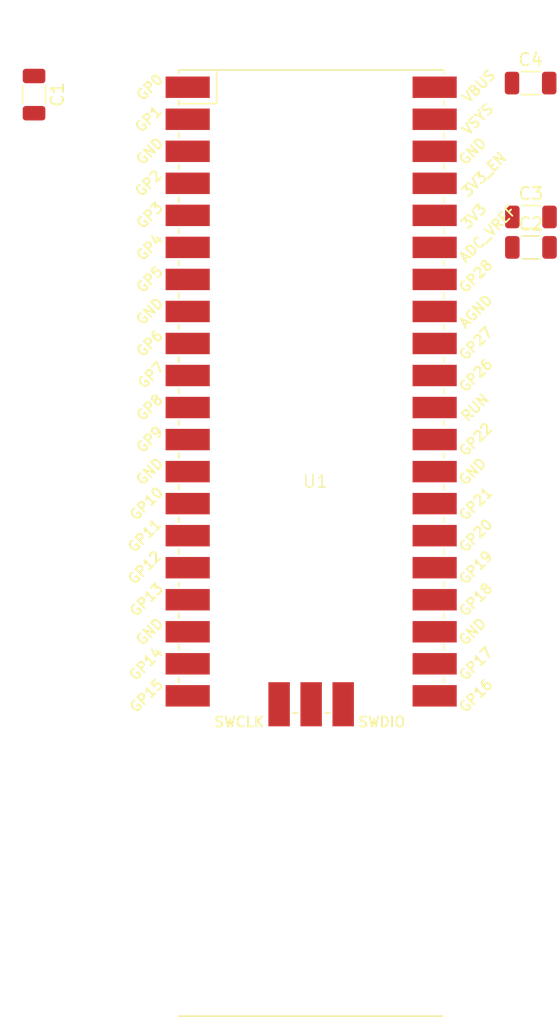
<source format=kicad_pcb>
(kicad_pcb (version 20221018) (generator pcbnew)
  (layers (0 "F.Cu" signal) (31 "B.Cu" signal) (34 "B.Paste" user) (35 "F.Paste" user) (36 "B.SilkS" user "B.Silkscreen") (37 "F.SilkS" user "F.Silkscreen") (38 "B.Mask" user) (39 "F.Mask" user) (44 "Edge.Cuts" user))
  (net 0 "")
  (net 42 "GND")
  (net 46 "Net-(U1-3V3)")
  (footprint "Capacitor_SMD:C_1206_3216Metric" (layer "F.Cu") (at 131.445 53.6194 -90)
    (fp_text reference "C1" (at 0 -1.85 90) (layer "F.SilkS"))
    (fp_text value "100n")
    (fp_line (start -0.711252 -0.91) (end 0.711252 -0.91) (stroke (width 0.12)) (layer "F.SilkS"))
    (fp_line (start -0.711252 0.91) (end 0.711252 0.91) (stroke (width 0.12)) (layer "F.SilkS"))
    (pad "1" smd roundrect (at -1.475 0 270) (size 1.15 1.8) (layers "F.Cu" "F.Paste" "F.Mask") (roundrect_rratio 0.217391))
    (pad "2" smd roundrect (at 1.475 0 270) (size 1.15 1.8) (layers "F.Cu" "F.Paste" "F.Mask") (roundrect_rratio 0.217391) (net 42 "GND"))
  )
  (footprint "Capacitor_SMD:C_1206_3216Metric" (layer "F.Cu") (at 170.8404 65.7352)
    (fp_text reference "C2" (at 0 -1.85) (layer "F.SilkS"))
    (fp_text value "100n")
    (fp_line (start -0.711252 -0.91) (end 0.711252 -0.91) (stroke (width 0.12)) (layer "F.SilkS"))
    (fp_line (start -0.711252 0.91) (end 0.711252 0.91) (stroke (width 0.12)) (layer "F.SilkS"))
    (pad "1" smd roundrect (at -1.475 0) (size 1.15 1.8) (layers "F.Cu" "F.Paste" "F.Mask") (roundrect_rratio 0.217391))
    (pad "2" smd roundrect (at 1.475 0) (size 1.15 1.8) (layers "F.Cu" "F.Paste" "F.Mask") (roundrect_rratio 0.217391) (net 42 "GND"))
  )
  (footprint "Capacitor_SMD:C_1206_3216Metric" (layer "F.Cu") (at 170.8404 63.3222)
    (fp_text reference "C3" (at 0 -1.85) (layer "F.SilkS"))
    (fp_text value "100n")
    (fp_line (start -0.711252 -0.91) (end 0.711252 -0.91) (stroke (width 0.12)) (layer "F.SilkS"))
    (fp_line (start -0.711252 0.91) (end 0.711252 0.91) (stroke (width 0.12)) (layer "F.SilkS"))
    (pad "1" smd roundrect (at -1.475 0) (size 1.15 1.8) (layers "F.Cu" "F.Paste" "F.Mask") (roundrect_rratio 0.217391) (net 46 "Net-(U1-3V3)"))
    (pad "2" smd roundrect (at 1.475 0) (size 1.15 1.8) (layers "F.Cu" "F.Paste" "F.Mask") (roundrect_rratio 0.217391) (net 42 "GND"))
  )
  (footprint "Wiznet_W5100SEBV_Pico:Wiznet_Pico" (layer "F.Cu") (at 153.756 84.7852)
    (fp_text reference "U1" (at 0 -0.5 unlocked) (layer "F.SilkS") (effects (font (thickness 0.1))))
    (fp_text value "~")
    (fp_text user "VSYS" (at 12.86 -29.21 45) (layer "F.SilkS") (effects (font (size 0.8 0.8))))
    (fp_text user "GND" (at -13.14 11.43 45) (layer "F.SilkS") (effects (font (size 0.8 0.8))))
    (fp_text user "GP9" (at -13.14 -3.81 45) (layer "F.SilkS") (effects (font (size 0.8 0.8))))
    (fp_text user "GP3" (at -13.14 -21.59 45) (layer "F.SilkS") (effects (font (size 0.8 0.8))))
    (fp_text user "GND" (at 12.46 11.43 45) (layer "F.SilkS") (effects (font (size 0.8 0.8))))
    (fp_text user "GP1" (at -13.24 -29.22 45) (layer "F.SilkS") (effects (font (size 0.8 0.8))))
    (fp_text user "GP18" (at 12.714 8.89 45) (layer "F.SilkS") (effects (font (size 0.8 0.8))))
    (fp_text user "GP8" (at -13.14 -6.35 45) (layer "F.SilkS") (effects (font (size 0.8 0.8))))
    (fp_text user "GP16" (at 12.714 16.51 45) (layer "F.SilkS") (effects (font (size 0.8 0.8))))
    (fp_text user "GND" (at 12.46 -1.27 45) (layer "F.SilkS") (effects (font (size 0.8 0.8))))
    (fp_text user "GP10" (at -13.394 1.27 45) (layer "F.SilkS") (effects (font (size 0.8 0.8))))
    (fp_text user "SWCLK" (at -6.04 18.58) (layer "F.SilkS") (effects (font (size 0.8 0.8))))
    (fp_text user "GP11" (at -13.54 3.81 45) (layer "F.SilkS") (effects (font (size 0.8 0.8))))
    (fp_text user "3V3_EN" (at 13.36 -24.82 45) (layer "F.SilkS") (effects (font (size 0.8 0.8))))
    (fp_text user "GP5" (at -13.14 -16.51 45) (layer "F.SilkS") (effects (font (size 0.8 0.8))))
    (fp_text user "GP28" (at 12.714 -16.764 45) (layer "F.SilkS") (effects (font (size 0.8 0.8))))
    (fp_text user "GND" (at -13.14 -13.97 45) (layer "F.SilkS") (effects (font (size 0.8 0.8))))
    (fp_text user "GND" (at -13.14 -1.27 45) (layer "F.SilkS") (effects (font (size 0.8 0.8))))
    (fp_text user "GP4" (at -13.14 -19.05 45) (layer "F.SilkS") (effects (font (size 0.8 0.8))))
    (fp_text user "GP17" (at 12.714 13.97 45) (layer "F.SilkS") (effects (font (size 0.8 0.8))))
    (fp_text user "SWDIO" (at 5.26 18.58) (layer "F.SilkS") (effects (font (size 0.8 0.8))))
    (fp_text user "GP20" (at 12.714 3.81 45) (layer "F.SilkS") (effects (font (size 0.8 0.8))))
    (fp_text user "GP22" (at 12.714 -3.81 45) (layer "F.SilkS") (effects (font (size 0.8 0.8))))
    (fp_text user "GP15" (at -13.394 16.51 45) (layer "F.SilkS") (effects (font (size 0.8 0.8))))
    (fp_text user "RUN" (at 12.66 -6.35 45) (layer "F.SilkS") (effects (font (size 0.8 0.8))))
    (fp_text user "VBUS" (at 12.96 -31.82 45) (layer "F.SilkS") (effects (font (size 0.8 0.8))))
    (fp_text user "GP0" (at -13.14 -31.75 45) (layer "F.SilkS") (effects (font (size 0.8 0.8))))
    (fp_text user "3V3" (at 12.56 -21.52 45) (layer "F.SilkS") (effects (font (size 0.8 0.8))))
    (fp_text user "GND" (at 12.46 -26.67 45) (layer "F.SilkS") (effects (font (size 0.8 0.8))))
    (fp_text user "GP13" (at -13.394 8.89 45) (layer "F.SilkS") (effects (font (size 0.8 0.8))))
    (fp_text user "GP21" (at 12.714 1.28 45) (layer "F.SilkS") (effects (font (size 0.8 0.8))))
    (fp_text user "ADC_VREF" (at 13.66 -20.12 45) (layer "F.SilkS") (effects (font (size 0.8 0.8))))
    (fp_text user "GND" (at -13.14 -26.67 45) (layer "F.SilkS") (effects (font (size 0.8 0.8))))
    (fp_text user "GP27" (at 12.714 -11.42 45) (layer "F.SilkS") (effects (font (size 0.8 0.8))))
    (fp_text user "GP7" (at -13.04 -8.92 45) (layer "F.SilkS") (effects (font (size 0.8 0.8))))
    (fp_text user "GP26" (at 12.714 -8.89 45) (layer "F.SilkS") (effects (font (size 0.8 0.8))))
    (fp_text user "AGND" (at 12.714 -13.97 45) (layer "F.SilkS") (effects (font (size 0.8 0.8))))
    (fp_text user "GP12" (at -13.54 6.35 45) (layer "F.SilkS") (effects (font (size 0.8 0.8))))
    (fp_text user "GP19" (at 12.714 6.35 45) (layer "F.SilkS") (effects (font (size 0.8 0.8))))
    (fp_text user "GP2" (at -13.24 -24.13 45) (layer "F.SilkS") (effects (font (size 0.8 0.8))))
    (fp_text user "GP14" (at -13.44 13.97 45) (layer "F.SilkS") (effects (font (size 0.8 0.8))))
    (fp_text user "GP6" (at -13.14 -11.43 45) (layer "F.SilkS") (effects (font (size 0.8 0.8))))
    (fp_line (start -10.84 -33.12) (end -10.84 -32.82) (stroke (width 0.12)) (layer "F.SilkS"))
    (fp_line (start -10.84 -33.12) (end 10.16 -33.12) (stroke (width 0.12)) (layer "F.SilkS"))
    (fp_line (start -10.84 -30.72) (end -10.84 -30.32) (stroke (width 0.12)) (layer "F.SilkS"))
    (fp_line (start -10.84 -30.453) (end -7.833 -30.453) (stroke (width 0.12)) (layer "F.SilkS"))
    (fp_line (start -10.84 -28.12) (end -10.84 -27.72) (stroke (width 0.12)) (layer "F.SilkS"))
    (fp_line (start -10.84 -25.62) (end -10.84 -25.22) (stroke (width 0.12)) (layer "F.SilkS"))
    (fp_line (start -10.84 -23.02) (end -10.84 -22.62) (stroke (width 0.12)) (layer "F.SilkS"))
    (fp_line (start -10.84 -20.52) (end -10.84 -20.12) (stroke (width 0.12)) (layer "F.SilkS"))
    (fp_line (start -10.84 -18.02) (end -10.84 -17.62) (stroke (width 0.12)) (layer "F.SilkS"))
    (fp_line (start -10.84 -15.42) (end -10.84 -15.02) (stroke (width 0.12)) (layer "F.SilkS"))
    (fp_line (start -10.84 -12.92) (end -10.84 -12.52) (stroke (width 0.12)) (layer "F.SilkS"))
    (fp_line (start -10.84 -10.32) (end -10.84 -9.92) (stroke (width 0.12)) (layer "F.SilkS"))
    (fp_line (start -10.84 -7.82) (end -10.84 -7.42) (stroke (width 0.12)) (layer "F.SilkS"))
    (fp_line (start -10.84 -5.32) (end -10.84 -4.92) (stroke (width 0.12)) (layer "F.SilkS"))
    (fp_line (start -10.84 -2.72) (end -10.84 -2.32) (stroke (width 0.12)) (layer "F.SilkS"))
    (fp_line (start -10.84 -0.22) (end -10.84 0.18) (stroke (width 0.12)) (layer "F.SilkS"))
    (fp_line (start -10.84 2.38) (end -10.84 2.78) (stroke (width 0.12)) (layer "F.SilkS"))
    (fp_line (start -10.84 4.88) (end -10.84 5.28) (stroke (width 0.12)) (layer "F.SilkS"))
    (fp_line (start -10.84 7.48) (end -10.84 7.88) (stroke (width 0.12)) (layer "F.SilkS"))
    (fp_line (start -10.84 9.98) (end -10.84 10.38) (stroke (width 0.12)) (layer "F.SilkS"))
    (fp_line (start -10.84 12.48) (end -10.84 12.88) (stroke (width 0.12)) (layer "F.SilkS"))
    (fp_line (start -10.84 15.08) (end -10.84 15.48) (stroke (width 0.12)) (layer "F.SilkS"))
    (fp_line (start -7.833 -30.453) (end -7.833 -33.12) (stroke (width 0.12)) (layer "F.SilkS"))
    (fp_line (start -1.84 17.88) (end -1.44 17.88) (stroke (width 0.12)) (layer "F.SilkS"))
    (fp_line (start 0.76 17.88) (end 1.16 17.88) (stroke (width 0.12)) (layer "F.SilkS"))
    (fp_line (start 10.074 41.91) (end -10.84 41.91) (stroke (width 0.12)) (layer "F.SilkS"))
    (fp_line (start 10.16 -33.12) (end 10.16 -32.82) (stroke (width 0.12)) (layer "F.SilkS"))
    (fp_line (start 10.16 -30.72) (end 10.16 -30.32) (stroke (width 0.12)) (layer "F.SilkS"))
    (fp_line (start 10.16 -28.12) (end 10.16 -27.72) (stroke (width 0.12)) (layer "F.SilkS"))
    (fp_line (start 10.16 -25.62) (end 10.16 -25.22) (stroke (width 0.12)) (layer "F.SilkS"))
    (fp_line (start 10.16 -23.02) (end 10.16 -22.62) (stroke (width 0.12)) (layer "F.SilkS"))
    (fp_line (start 10.16 -20.52) (end 10.16 -20.12) (stroke (width 0.12)) (layer "F.SilkS"))
    (fp_line (start 10.16 -18.02) (end 10.16 -17.62) (stroke (width 0.12)) (layer "F.SilkS"))
    (fp_line (start 10.16 -15.42) (end 10.16 -15.02) (stroke (width 0.12)) (layer "F.SilkS"))
    (fp_line (start 10.16 -12.92) (end 10.16 -12.52) (stroke (width 0.12)) (layer "F.SilkS"))
    (fp_line (start 10.16 -10.32) (end 10.16 -9.92) (stroke (width 0.12)) (layer "F.SilkS"))
    (fp_line (start 10.16 -7.82) (end 10.16 -7.42) (stroke (width 0.12)) (layer "F.SilkS"))
    (fp_line (start 10.16 -5.32) (end 10.16 -4.92) (stroke (width 0.12)) (layer "F.SilkS"))
    (fp_line (start 10.16 -2.72) (end 10.16 -2.32) (stroke (width 0.12)) (layer "F.SilkS"))
    (fp_line (start 10.16 -0.22) (end 10.16 0.18) (stroke (width 0.12)) (layer "F.SilkS"))
    (fp_line (start 10.16 2.38) (end 10.16 2.78) (stroke (width 0.12)) (layer "F.SilkS"))
    (fp_line (start 10.16 4.88) (end 10.16 5.28) (stroke (width 0.12)) (layer "F.SilkS"))
    (fp_line (start 10.16 7.48) (end 10.16 7.88) (stroke (width 0.12)) (layer "F.SilkS"))
    (fp_line (start 10.16 9.98) (end 10.16 10.38) (stroke (width 0.12)) (layer "F.SilkS"))
    (fp_line (start 10.16 12.48) (end 10.16 12.88) (stroke (width 0.12)) (layer "F.SilkS"))
    (fp_line (start 10.16 15.08) (end 10.16 15.48) (stroke (width 0.12)) (layer "F.SilkS"))
    (pad "" np_thru_hole oval (at -3.065 -31.62) (size 1.8 1.8) (drill 1.8) (layers "*.Cu" "*.Mask"))
    (pad "" np_thru_hole oval (at -2.765 -28.59) (size 1.5 1.5) (drill 1.5) (layers "*.Cu" "*.Mask"))
    (pad "" np_thru_hole oval (at 2.085 -28.59) (size 1.5 1.5) (drill 1.5) (layers "*.Cu" "*.Mask"))
    (pad "" np_thru_hole oval (at 2.385 -31.62) (size 1.8 1.8) (drill 1.8) (layers "*.Cu" "*.Mask"))
    (pad "1" smd rect (at -9.23 -31.75) (size 3.5 1.7) (drill (offset -0.9 0)) (layers "F.Cu" "F.Mask"))
    (pad "2" smd rect (at -9.23 -29.21) (size 3.5 1.7) (drill (offset -0.9 0)) (layers "F.Cu" "F.Mask"))
    (pad "3" smd rect (at -9.23 -26.67) (size 3.5 1.7) (drill (offset -0.9 0)) (layers "F.Cu" "F.Mask") (net 42 "GND"))
    (pad "4" smd rect (at -9.23 -24.13) (size 3.5 1.7) (drill (offset -0.9 0)) (layers "F.Cu" "F.Mask"))
    (pad "5" smd rect (at -9.23 -21.59) (size 3.5 1.7) (drill (offset -0.9 0)) (layers "F.Cu" "F.Mask"))
    (pad "6" smd rect (at -9.23 -19.05) (size 3.5 1.7) (drill (offset -0.9 0)) (layers "F.Cu" "F.Mask"))
    (pad "7" smd rect (at -9.23 -16.51) (size 3.5 1.7) (drill (offset -0.9 0)) (layers "F.Cu" "F.Mask"))
    (pad "8" smd rect (at -9.23 -13.97) (size 3.5 1.7) (drill (offset -0.9 0)) (layers "F.Cu" "F.Mask"))
    (pad "9" smd rect (at -9.23 -11.43) (size 3.5 1.7) (drill (offset -0.9 0)) (layers "F.Cu" "F.Mask"))
    (pad "10" smd rect (at -9.23 -8.89) (size 3.5 1.7) (drill (offset -0.9 0)) (layers "F.Cu" "F.Mask"))
    (pad "11" smd rect (at -9.23 -6.35) (size 3.5 1.7) (drill (offset -0.9 0)) (layers "F.Cu" "F.Mask"))
    (pad "12" smd rect (at -9.23 -3.81) (size 3.5 1.7) (drill (offset -0.9 0)) (layers "F.Cu" "F.Mask"))
    (pad "13" smd rect (at -9.23 -1.27) (size 3.5 1.7) (drill (offset -0.9 0)) (layers "F.Cu" "F.Mask"))
    (pad "14" smd rect (at -9.23 1.27) (size 3.5 1.7) (drill (offset -0.9 0)) (layers "F.Cu" "F.Mask"))
    (pad "15" smd rect (at -9.23 3.81) (size 3.5 1.7) (drill (offset -0.9 0)) (layers "F.Cu" "F.Mask"))
    (pad "16" smd rect (at -9.23 6.35) (size 3.5 1.7) (drill (offset -0.9 0)) (layers "F.Cu" "F.Mask"))
    (pad "17" smd rect (at -9.23 8.89) (size 3.5 1.7) (drill (offset -0.9 0)) (layers "F.Cu" "F.Mask"))
    (pad "18" smd rect (at -9.23 11.43) (size 3.5 1.7) (drill (offset -0.9 0)) (layers "F.Cu" "F.Mask"))
    (pad "19" smd rect (at -9.23 13.97) (size 3.5 1.7) (drill (offset -0.9 0)) (layers "F.Cu" "F.Mask"))
    (pad "20" smd rect (at -9.23 16.51) (size 3.5 1.7) (drill (offset -0.9 0)) (layers "F.Cu" "F.Mask"))
    (pad "21" smd rect (at 8.55 16.51) (size 3.5 1.7) (drill (offset 0.9 0)) (layers "F.Cu" "F.Mask"))
    (pad "22" smd rect (at 8.55 13.97) (size 3.5 1.7) (drill (offset 0.9 0)) (layers "F.Cu" "F.Mask"))
    (pad "23" smd rect (at 8.55 11.43) (size 3.5 1.7) (drill (offset 0.9 0)) (layers "F.Cu" "F.Mask"))
    (pad "24" smd rect (at 8.55 8.89) (size 3.5 1.7) (drill (offset 0.9 0)) (layers "F.Cu" "F.Mask"))
    (pad "25" smd rect (at 8.55 6.35) (size 3.5 1.7) (drill (offset 0.9 0)) (layers "F.Cu" "F.Mask"))
    (pad "26" smd rect (at 8.55 3.81) (size 3.5 1.7) (drill (offset 0.9 0)) (layers "F.Cu" "F.Mask"))
    (pad "27" smd rect (at 8.55 1.27) (size 3.5 1.7) (drill (offset 0.9 0)) (layers "F.Cu" "F.Mask"))
    (pad "28" smd rect (at 8.55 -1.27) (size 3.5 1.7) (drill (offset 0.9 0)) (layers "F.Cu" "F.Mask"))
    (pad "29" smd rect (at 8.55 -3.81) (size 3.5 1.7) (drill (offset 0.9 0)) (layers "F.Cu" "F.Mask"))
    (pad "30" smd rect (at 8.55 -6.35) (size 3.5 1.7) (drill (offset 0.9 0)) (layers "F.Cu" "F.Mask"))
    (pad "31" smd rect (at 8.55 -8.89) (size 3.5 1.7) (drill (offset 0.9 0)) (layers "F.Cu" "F.Mask"))
    (pad "32" smd rect (at 8.55 -11.43) (size 3.5 1.7) (drill (offset 0.9 0)) (layers "F.Cu" "F.Mask"))
    (pad "33" smd rect (at 8.55 -13.97) (size 3.5 1.7) (drill (offset 0.9 0)) (layers "F.Cu" "F.Mask"))
    (pad "34" smd rect (at 8.55 -16.51) (size 3.5 1.7) (drill (offset 0.9 0)) (layers "F.Cu" "F.Mask"))
    (pad "35" smd rect (at 8.55 -19.05) (size 3.5 1.7) (drill (offset 0.9 0)) (layers "F.Cu" "F.Mask"))
    (pad "36" smd rect (at 8.55 -21.59) (size 3.5 1.7) (drill (offset 0.9 0)) (layers "F.Cu" "F.Mask") (net 46 "Net-(U1-3V3)"))
    (pad "37" smd rect (at 8.55 -24.13) (size 3.5 1.7) (drill (offset 0.9 0)) (layers "F.Cu" "F.Mask"))
    (pad "38" smd rect (at 8.55 -26.67) (size 3.5 1.7) (drill (offset 0.9 0)) (layers "F.Cu" "F.Mask"))
    (pad "39" smd rect (at 8.55 -29.21) (size 3.5 1.7) (drill (offset 0.9 0)) (layers "F.Cu" "F.Mask"))
    (pad "40" smd rect (at 8.55 -31.75) (size 3.5 1.7) (drill (offset 0.9 0)) (layers "F.Cu" "F.Mask"))
    (pad "41" smd rect (at -2.88 16.28 90) (size 3.5 1.7) (drill (offset -0.9 0)) (layers "F.Cu" "F.Mask"))
    (pad "42" smd rect (at -0.34 16.28 90) (size 3.5 1.7) (drill (offset -0.9 0)) (layers "F.Cu" "F.Mask"))
    (pad "43" smd rect (at 2.2 16.28 90) (size 3.5 1.7) (drill (offset -0.9 0)) (layers "F.Cu" "F.Mask"))
  )
  (footprint "Capacitor_SMD:C_1206_3216Metric" (layer "F.Cu") (at 170.815 52.705)
    (fp_text reference "C4" (at 0 -1.85) (layer "F.SilkS"))
    (fp_text value "100n")
    (fp_line (start -0.711252 -0.91) (end 0.711252 -0.91) (stroke (width 0.12)) (layer "F.SilkS"))
    (fp_line (start -0.711252 0.91) (end 0.711252 0.91) (stroke (width 0.12)) (layer "F.SilkS"))
    (pad "1" smd roundrect (at -1.475 0) (size 1.15 1.8) (layers "F.Cu" "F.Paste" "F.Mask") (roundrect_rratio 0.217391))
    (pad "2" smd roundrect (at 1.475 0) (size 1.15 1.8) (layers "F.Cu" "F.Paste" "F.Mask") (roundrect_rratio 0.217391) (net 42 "GND"))
  )
)
</source>
